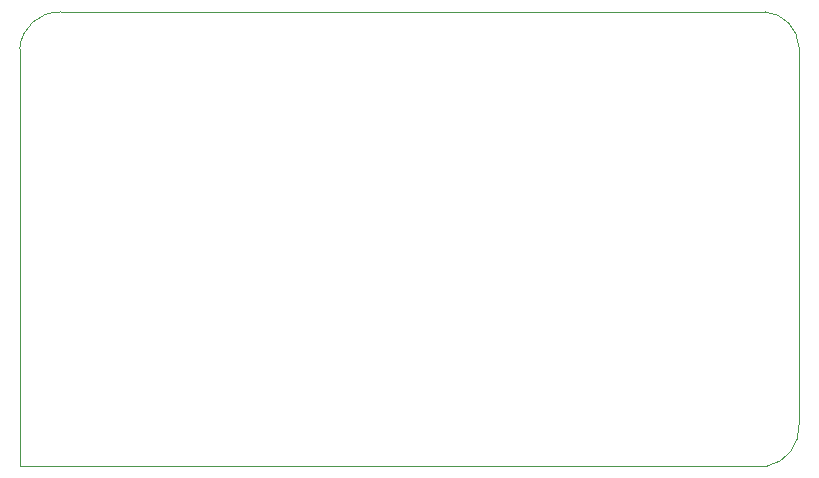
<source format=gm1>
G04 #@! TF.GenerationSoftware,KiCad,Pcbnew,9.0.2*
G04 #@! TF.CreationDate,2025-05-20T16:04:07-06:00*
G04 #@! TF.ProjectId,test_kicad,74657374-5f6b-4696-9361-642e6b696361,rev?*
G04 #@! TF.SameCoordinates,Original*
G04 #@! TF.FileFunction,Profile,NP*
%FSLAX46Y46*%
G04 Gerber Fmt 4.6, Leading zero omitted, Abs format (unit mm)*
G04 Created by KiCad (PCBNEW 9.0.2) date 2025-05-20 16:04:07*
%MOMM*%
%LPD*%
G01*
G04 APERTURE LIST*
G04 #@! TA.AperFunction,Profile*
%ADD10C,0.050000*%
G04 #@! TD*
G04 APERTURE END LIST*
D10*
X101233561Y-53539362D02*
X101233561Y-88905112D01*
X101233561Y-88905112D02*
X164464558Y-88900000D01*
X167200000Y-53382009D02*
X167209124Y-85361567D01*
X104681647Y-50435062D02*
X164354591Y-50430000D01*
X101233561Y-53539351D02*
G75*
G02*
X104681647Y-50434712I3330000J-231295D01*
G01*
X167209124Y-85361567D02*
G75*
G02*
X164464592Y-88900000I-3384532J-208433D01*
G01*
X164354592Y-50430000D02*
G75*
G02*
X167200000Y-53382009I-274592J-3112009D01*
G01*
M02*

</source>
